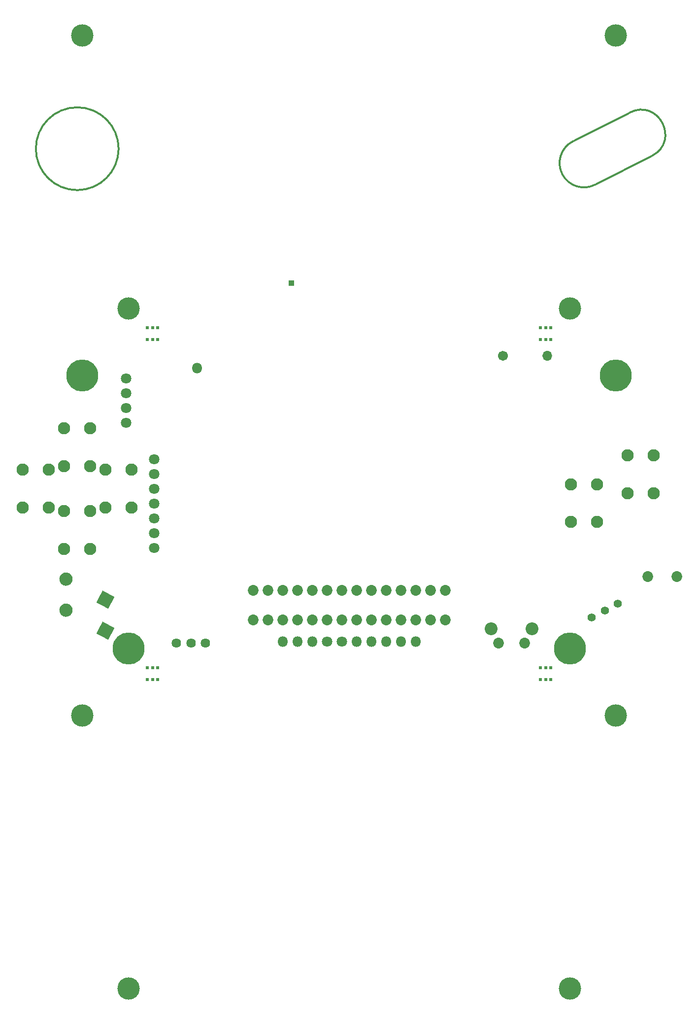
<source format=gbr>
G04 #@! TF.GenerationSoftware,KiCad,Pcbnew,(5.1.9-0-10_14)*
G04 #@! TF.CreationDate,2021-07-18T00:17:51-07:00*
G04 #@! TF.ProjectId,system_advance,73797374-656d-45f6-9164-76616e63652e,1.0-dev0*
G04 #@! TF.SameCoordinates,Original*
G04 #@! TF.FileFunction,Soldermask,Top*
G04 #@! TF.FilePolarity,Negative*
%FSLAX46Y46*%
G04 Gerber Fmt 4.6, Leading zero omitted, Abs format (unit mm)*
G04 Created by KiCad (PCBNEW (5.1.9-0-10_14)) date 2021-07-18 00:17:51*
%MOMM*%
%LPD*%
G01*
G04 APERTURE LIST*
%ADD10C,0.300000*%
%ADD11C,1.801600*%
%ADD12O,1.801600X1.801600*%
%ADD13C,0.100000*%
%ADD14C,3.851600*%
%ADD15C,1.851600*%
%ADD16C,0.609600*%
%ADD17C,1.625600*%
%ADD18C,5.501599*%
%ADD19C,2.101600*%
%ADD20C,1.401600*%
%ADD21C,1.701600*%
%ADD22O,1.701600X1.701600*%
%ADD23C,2.201600*%
G04 APERTURE END LIST*
D10*
X160008878Y-79959262D02*
X150229878Y-84912262D01*
X150229878Y-84912262D02*
G75*
G02*
X146370122Y-77497738I-1929878J3707262D01*
G01*
X156149122Y-72544738D02*
X146370122Y-77497738D01*
X156149122Y-72544738D02*
G75*
G02*
X160008878Y-79959262I1929878J-3707262D01*
G01*
X68326000Y-78740000D02*
G75*
G03*
X68326000Y-78740000I-7112000J0D01*
G01*
X160008878Y-79959262D02*
X150229878Y-84912262D01*
X150229878Y-84912262D02*
G75*
G02*
X146370122Y-77497738I-1929878J3707262D01*
G01*
X156149122Y-72544738D02*
X146370122Y-77497738D01*
X156149122Y-72544738D02*
G75*
G02*
X160008878Y-79959262I1929878J-3707262D01*
G01*
X68326000Y-78740000D02*
G75*
G03*
X68326000Y-78740000I-7112000J0D01*
G01*
D11*
X106680000Y-163449000D03*
D12*
X109220000Y-163449000D03*
X111760000Y-163449000D03*
X114300000Y-163449000D03*
D11*
X104140000Y-163449000D03*
D12*
X119380000Y-163449000D03*
X96520000Y-163449000D03*
X99060000Y-163449000D03*
X101600000Y-163449000D03*
X116840000Y-163449000D03*
D13*
G36*
X98468078Y-101353943D02*
G01*
X98469053Y-101354039D01*
X98478843Y-101355989D01*
X98479781Y-101356274D01*
X98488946Y-101360071D01*
X98489811Y-101360533D01*
X98498072Y-101366046D01*
X98498830Y-101366667D01*
X98505932Y-101373769D01*
X98506553Y-101374527D01*
X98512066Y-101382788D01*
X98512528Y-101383653D01*
X98516325Y-101392818D01*
X98516610Y-101393756D01*
X98518560Y-101403546D01*
X98518656Y-101404521D01*
X98518900Y-101409499D01*
X98518900Y-102260399D01*
X98518656Y-102265377D01*
X98518560Y-102266352D01*
X98516610Y-102276142D01*
X98516325Y-102277080D01*
X98512528Y-102286245D01*
X98512066Y-102287110D01*
X98506553Y-102295371D01*
X98505932Y-102296129D01*
X98498830Y-102303231D01*
X98498072Y-102303852D01*
X98489811Y-102309365D01*
X98488946Y-102309827D01*
X98479781Y-102313624D01*
X98478843Y-102313909D01*
X98469053Y-102315859D01*
X98468078Y-102315955D01*
X98463100Y-102316199D01*
X97624901Y-102316199D01*
X97619923Y-102315955D01*
X97618948Y-102315859D01*
X97609158Y-102313909D01*
X97608220Y-102313624D01*
X97599055Y-102309827D01*
X97598190Y-102309365D01*
X97589929Y-102303852D01*
X97589171Y-102303231D01*
X97582069Y-102296129D01*
X97581448Y-102295371D01*
X97575935Y-102287110D01*
X97575473Y-102286245D01*
X97571676Y-102277080D01*
X97571391Y-102276142D01*
X97569441Y-102266352D01*
X97569345Y-102265377D01*
X97569101Y-102260399D01*
X97569101Y-101409499D01*
X97569345Y-101404521D01*
X97569441Y-101403546D01*
X97571391Y-101393756D01*
X97571676Y-101392818D01*
X97575473Y-101383653D01*
X97575935Y-101382788D01*
X97581448Y-101374527D01*
X97582069Y-101373769D01*
X97589171Y-101366667D01*
X97589929Y-101366046D01*
X97598190Y-101360533D01*
X97599055Y-101360071D01*
X97608220Y-101356274D01*
X97609158Y-101355989D01*
X97618948Y-101354039D01*
X97619923Y-101353943D01*
X97624901Y-101353699D01*
X98463100Y-101353699D01*
X98468078Y-101353943D01*
G37*
D14*
X62103000Y-59309000D03*
X153797000Y-59309000D03*
X70002400Y-106172000D03*
X145897600Y-106172000D03*
D15*
X124460000Y-154624000D03*
X121920000Y-154624000D03*
X119380000Y-154624000D03*
X116840000Y-154624000D03*
X114300000Y-154624000D03*
X111760000Y-154624000D03*
X109220000Y-154624000D03*
X106680000Y-154624000D03*
X104140000Y-154624000D03*
X101600000Y-154624000D03*
X99060000Y-154624000D03*
X96520000Y-154624000D03*
X93980000Y-154624000D03*
X91440000Y-154624000D03*
X91440000Y-159704000D03*
X93980000Y-159704000D03*
X96520000Y-159704000D03*
X99060000Y-159704000D03*
X101600000Y-159704000D03*
X104140000Y-159704000D03*
X124460000Y-159704000D03*
X121920000Y-159704000D03*
X119380000Y-159704000D03*
X116840000Y-159704000D03*
X114300000Y-159704000D03*
X111760000Y-159704000D03*
X106680000Y-159704000D03*
X109220000Y-159704000D03*
D14*
X145897600Y-223012000D03*
X70002400Y-223012000D03*
X153797000Y-176149000D03*
D16*
X75057000Y-169926000D03*
X74168000Y-169926000D03*
X73279000Y-169926000D03*
X75057000Y-167894000D03*
X73279000Y-167894000D03*
X74168000Y-167894000D03*
X141732000Y-167894000D03*
X140843000Y-167894000D03*
X142621000Y-167894000D03*
X140843000Y-169926000D03*
X141732000Y-169926000D03*
X142621000Y-169926000D03*
X142621000Y-111506000D03*
X141732000Y-111506000D03*
X140843000Y-111506000D03*
X142621000Y-109474000D03*
X140843000Y-109474000D03*
X141732000Y-109474000D03*
D17*
X78282800Y-163703000D03*
X80772000Y-163703000D03*
X83261200Y-163703000D03*
D18*
X62103000Y-117729000D03*
D12*
X81788000Y-116459000D03*
D18*
X70002400Y-164592000D03*
X153797000Y-117729000D03*
G36*
G01*
X60301749Y-153222856D02*
X60301749Y-153222856D01*
G75*
G02*
X58749597Y-153712248I-1020772J531380D01*
G01*
X58749597Y-153712248D01*
G75*
G02*
X58260205Y-152160096I531380J1020772D01*
G01*
X58260205Y-152160096D01*
G75*
G02*
X59812357Y-151670704I1020772J-531380D01*
G01*
X59812357Y-151670704D01*
G75*
G02*
X60301749Y-153222856I-531380J-1020772D01*
G01*
G37*
G36*
G01*
X67568695Y-155765669D02*
X66552848Y-157717092D01*
G75*
G02*
X66484331Y-157738695I-45060J23457D01*
G01*
X64532908Y-156722848D01*
G75*
G02*
X64511305Y-156654331I23457J45060D01*
G01*
X65527152Y-154702908D01*
G75*
G02*
X65595669Y-154681305I45060J-23457D01*
G01*
X67547092Y-155697152D01*
G75*
G02*
X67568695Y-155765669I-23457J-45060D01*
G01*
G37*
G36*
G01*
X60301749Y-158556856D02*
X60301749Y-158556856D01*
G75*
G02*
X58749597Y-159046248I-1020772J531380D01*
G01*
X58749597Y-159046248D01*
G75*
G02*
X58260205Y-157494096I531380J1020772D01*
G01*
X58260205Y-157494096D01*
G75*
G02*
X59812357Y-157004704I1020772J-531380D01*
G01*
X59812357Y-157004704D01*
G75*
G02*
X60301749Y-158556856I-531380J-1020772D01*
G01*
G37*
G36*
G01*
X67568695Y-161099669D02*
X66552848Y-163051092D01*
G75*
G02*
X66484331Y-163072695I-45060J23457D01*
G01*
X64532908Y-162056848D01*
G75*
G02*
X64511305Y-161988331I23457J45060D01*
G01*
X65527152Y-160036908D01*
G75*
G02*
X65595669Y-160015305I45060J-23457D01*
G01*
X67547092Y-161031152D01*
G75*
G02*
X67568695Y-161099669I-23457J-45060D01*
G01*
G37*
D11*
X74450000Y-147320000D03*
X74450000Y-144780000D03*
X74450000Y-142240000D03*
X74450000Y-139700000D03*
X74450000Y-137160000D03*
X74450000Y-134620000D03*
X74450000Y-132080000D03*
D19*
X150550000Y-142875000D03*
X146050000Y-142875000D03*
X150550000Y-136375000D03*
X146050000Y-136375000D03*
X160329000Y-137922000D03*
X155829000Y-137922000D03*
X160329000Y-131422000D03*
X155829000Y-131422000D03*
X63464000Y-133298000D03*
X58964000Y-133298000D03*
X63464000Y-126798000D03*
X58964000Y-126798000D03*
X58964000Y-141022000D03*
X63464000Y-141022000D03*
X58964000Y-147522000D03*
X63464000Y-147522000D03*
X56352000Y-140410000D03*
X51852000Y-140410000D03*
X56352000Y-133910000D03*
X51852000Y-133910000D03*
X66076000Y-133910000D03*
X70576000Y-133910000D03*
X66076000Y-140410000D03*
X70576000Y-140410000D03*
D20*
X151892000Y-158115000D03*
X149638992Y-159287841D03*
X154145008Y-156942159D03*
D14*
X62103000Y-176149000D03*
D16*
X74168000Y-109474000D03*
X73279000Y-109474000D03*
X75057000Y-109474000D03*
X73279000Y-111506000D03*
X74168000Y-111506000D03*
X75057000Y-111506000D03*
D18*
X145897600Y-164592000D03*
D15*
X164298000Y-152273000D03*
X159298000Y-152273000D03*
D21*
X134366000Y-114300000D03*
D22*
X141986000Y-114300000D03*
D23*
X139364000Y-161213000D03*
D15*
X138104000Y-163703000D03*
X133604000Y-163703000D03*
D23*
X132354000Y-161213000D03*
D11*
X69596000Y-123317000D03*
X69596000Y-120777000D03*
X69596000Y-125857000D03*
X69596000Y-118237000D03*
D13*
G36*
X67593076Y-161052834D02*
G01*
X67594151Y-161054521D01*
X67593927Y-161055531D01*
X67084404Y-162034315D01*
X66531166Y-163097076D01*
X66528469Y-163097927D01*
X64486924Y-162035166D01*
X64485849Y-162033479D01*
X64486056Y-162032542D01*
X64490545Y-162032542D01*
X66528542Y-163093455D01*
X67080856Y-162032469D01*
X67589455Y-161055458D01*
X65551458Y-159994545D01*
X64999144Y-161055531D01*
X64490545Y-162032542D01*
X64486056Y-162032542D01*
X64486073Y-162032469D01*
X64995596Y-161053685D01*
X65548834Y-159990924D01*
X65551531Y-159990073D01*
X67593076Y-161052834D01*
G37*
G36*
X67593076Y-155718834D02*
G01*
X67594151Y-155720521D01*
X67593927Y-155721531D01*
X67084404Y-156700315D01*
X66531166Y-157763076D01*
X66528469Y-157763927D01*
X64486924Y-156701166D01*
X64485849Y-156699479D01*
X64486056Y-156698542D01*
X64490545Y-156698542D01*
X66528542Y-157759455D01*
X67080856Y-156698469D01*
X67589455Y-155721458D01*
X65551458Y-154660545D01*
X64999144Y-155721531D01*
X64490545Y-156698542D01*
X64486056Y-156698542D01*
X64486073Y-156698469D01*
X64995596Y-155719685D01*
X65548834Y-154656924D01*
X65551531Y-154656073D01*
X67593076Y-155718834D01*
G37*
M02*

</source>
